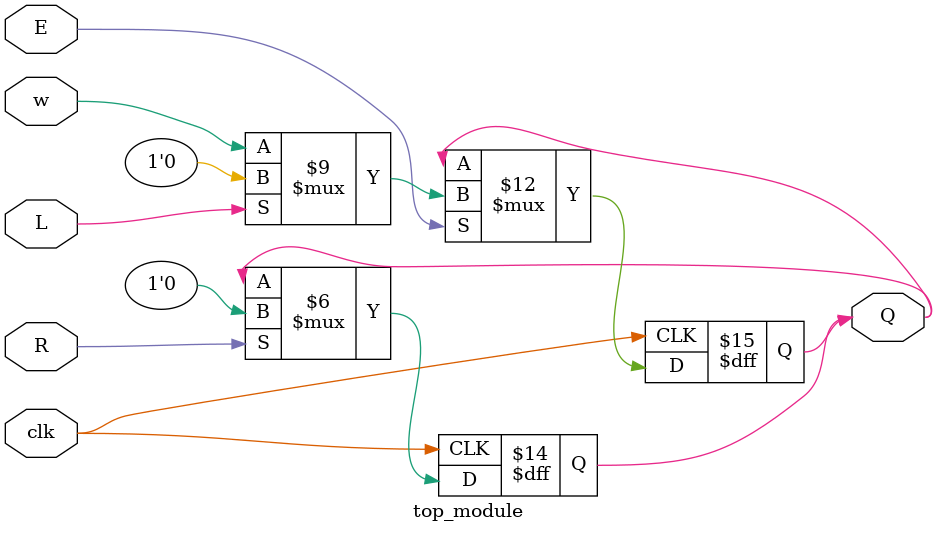
<source format=sv>
module top_module (
    input clk,
    input w,
    input R,
    input E,
    input L,
    output reg Q
);

    always @(posedge clk) begin
        if (E == 1'b0) begin
            // Output Q is held in its current state
        end else begin
            if (L == 1'b1) begin
                Q <= 1'b0;  // Output Q is updated with the value of R
            end else begin
                Q <= w;     // Output Q is updated with the value of w
            end
        end
    end

    always @(posedge clk) begin
        if (R == 1'b1) begin
            Q <= 1'b0;      // Output Q is forced to a low state
        end
    end

endmodule

</source>
